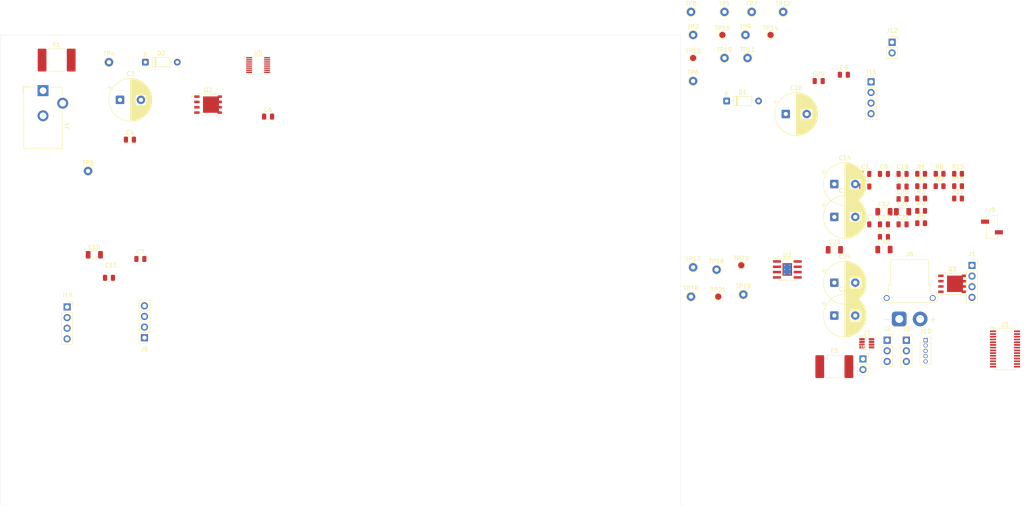
<source format=kicad_pcb>
(kicad_pcb (version 20241229) (generator "pcbnew") (generator_version "9.0")
  (layers (0 "F.Cu" signal) (2 "B.Cu" signal) (13 "F.Paste" user) (15 "B.Paste" user) (5 "F.SilkS" user "F.Silkscreen") (7 "B.SilkS" user "B.Silkscreen") (1 "F.Mask" user) (3 "B.Mask" user) (25 "Edge.Cuts" user))
  (net 0 "")
  (net 1 "Net-(U1-~{OE})")
  (net 2 "GND")
  (net 3 "Net-(D1-K)")
  (net 4 "I2C_SCL")
  (net 5 "I2C_SDA")
  (net 6 "+3.3V_PI")
  (net 7 "/SYS_EN")
  (net 8 "/PWR_KILL")
  (net 9 "/PWR_INT")
  (net 10 "+5V_MAIN")
  (net 11 "+5V_SRC")
  (net 12 "+5V_BAT")
  (net 13 "+5V_USB")
  (net 14 "Net-(J2-Pin_1)")
  (net 15 "Net-(U1-LED14)")
  (net 16 "Net-(U1-LED15)")
  (net 17 "Net-(J3-Pin_1)")
  (net 18 "Net-(J7-PDT)")
  (net 19 "Net-(J7-ONT)")
  (net 20 "Net-(J7-PB)")
  (net 21 "Net-(U5-*ONST2)")
  (net 22 "Net-(U5-*ONST1)")
  (net 23 "Net-(J5-Pin_2)")
  (net 24 "Net-(U2-ISET)")
  (net 41 "Net-(U2-CT)")
  (net 43 "Net-(Q2-G)")
  (net 44 "Net-(Q3-G)")
  (net 46 "Net-(U5-CPO1)")
  (net 48 "Net-(U5-CPO2)")
  (net 49 "Net-(F1-Pad1)")
  (net 50 "Net-(J11-Pin_1)")
  (net 51 "CELL+")
  (footprint "Connector_PinSocket_2.54mm:PinSocket_1x02_P2.54mm_Vertical_SMD_Pin1Left" (layer "F.Cu") (at 271.875736 77.358566)
    (property "Reference" "J5" (at 0 -4.14 0) (layer "F.SilkS"))
    (property "Value" "Button Kill Switch")
    (pad "1" smd rect (at -1.65 -1.27) (size 1.9 1) (layers "F.Cu" "F.Mask" "F.Paste") (net 2 "GND"))
    (pad "2" smd rect (at 1.65 1.27) (size 1.9 1) (layers "F.Cu" "F.Mask" "F.Paste") (net 23 "Net-(J5-Pin_2)"))
  )
  (footprint "Connector_PinSocket_1.27mm:PinSocket_1x05_P1.27mm_Vertical" (layer "F.Cu") (at 256.025736 104.398566)
    (property "Reference" "J10" (at 0 -2.135 0) (layer "F.SilkS"))
    (property "Value" "Lidar")
    (pad "1" thru_hole rect (at 0 0) (size 1 1) (drill 0.7) (layers "*.Cu" "*.Mask") (net 10 "+5V_MAIN"))
    (pad "2" thru_hole circle (at 0 1.27) (size 1 1) (drill 0.7) (layers "*.Cu" "*.Mask") (net 2 "GND"))
    (pad "3" thru_hole circle (at 0 2.54) (size 1 1) (drill 0.7) (layers "*.Cu" "*.Mask") (net 5 "I2C_SDA"))
    (pad "4" thru_hole circle (at 0 3.81) (size 1 1) (drill 0.7) (layers "*.Cu" "*.Mask") (net 4 "I2C_SCL"))
    (pad "5" thru_hole circle (at 0 5.08) (size 1 1) (drill 0.7) (layers "*.Cu" "*.Mask") (net 6 "+3.3V_PI"))
  )
  (footprint "Resistor_SMD:R_0805_2012Metric" (layer "F.Cu") (at 254.955736 64.658566)
    (property "Reference" "R1" (at 0 -1.65 0) (layer "F.SilkS"))
    (property "Value" "4.7k")
    (pad "1" smd roundrect (at -0.9125 0) (size 1.025 1.4) (layers "F.Cu" "F.Mask" "F.Paste") (roundrect_rratio 0.243902) (net 6 "+3.3V_PI"))
    (pad "2" smd roundrect (at 0.9125 0) (size 1.025 1.4) (layers "F.Cu" "F.Mask" "F.Paste") (roundrect_rratio 0.243902) (net 4 "I2C_SCL"))
  )
  (footprint "Fuse:Fuse_2920_7451Metric_Pad2.10x5.45mm_HandSolder" (layer "F.Cu") (at 234.225736 110.708566)
    (property "Reference" "F3" (at 0 -3.68 0) (layer "F.SilkS"))
    (property "Value" "F_PWR")
    (pad "1" smd roundrect (at -3.475 0) (size 2.1 5.45) (layers "F.Cu" "F.Mask" "F.Paste") (roundrect_rratio 0.119048) (net 10 "+5V_MAIN"))
    (pad "2" smd roundrect (at 3.475 0) (size 2.1 5.45) (layers "F.Cu" "F.Mask" "F.Paste") (roundrect_rratio 0.119048) (net 50 "Net-(J11-Pin_1)"))
  )
  (footprint "TestPoint:TestPoint_THTPad_D2.0mm_Drill1.0mm" (layer "F.Cu") (at 213 31.5)
    (property "Reference" "TP9" (at 0 -1.998 0) (layer "F.SilkS"))
    (property "Value" "TP_BAT")
    (pad "1" thru_hole circle (at 0 0) (size 2 2) (drill 1) (layers "*.Cu" "*.Mask") (net 12 "+5V_BAT"))
  )
  (footprint "Resistor_SMD:R_0805_2012Metric" (layer "F.Cu") (at 254.955736 76.458566)
    (property "Reference" "R5" (at 0 -1.65 0) (layer "F.SilkS"))
    (property "Value" "220")
    (pad "1" smd roundrect (at -0.9125 0) (size 1.025 1.4) (layers "F.Cu" "F.Mask" "F.Paste") (roundrect_rratio 0.243902) (net 15 "Net-(U1-LED14)"))
    (pad "2" smd roundrect (at 0.9125 0) (size 1.025 1.4) (layers "F.Cu" "F.Mask" "F.Paste") (roundrect_rratio 0.243902) (net 14 "Net-(J2-Pin_1)"))
  )
  (footprint "TestPoint:TestPoint_THTPad_D2.0mm_Drill1.0mm" (layer "F.Cu") (at 213.5 37)
    (property "Reference" "TP11" (at 0 -1.998 0) (layer "F.SilkS"))
    (property "Value" "TP_M2")
    (pad "1" thru_hole circle (at 0 0) (size 2 2) (drill 1) (layers "*.Cu" "*.Mask") (net 16 "Net-(U1-LED15)"))
  )
  (footprint "Capacitor_SMD:C_0805_2012Metric" (layer "F.Cu") (at 230.5 42.5)
    (property "Reference" "C29" (at 0 -1.68 0) (layer "F.SilkS"))
    (property "Value" "0.1 uF")
    (pad "1" smd roundrect (at -0.95 0) (size 1 1.45) (layers "F.Cu" "F.Mask" "F.Paste") (net 12 "+5V_BAT"))
    (pad "2" smd roundrect (at 0.95 0) (size 1 1.45) (layers "F.Cu" "F.Mask" "F.Paste") (net 2 "GND"))
  )
  (footprint "Capacitor_SMD:C_0805_2012Metric" (layer "F.Cu") (at 61 89.5)
    (property "Reference" "C11" (at 0.5 -3 0) (layer "F.SilkS"))
    (property "Value" "0.1 uF")
    (pad "1" smd roundrect (at -0.95 0) (size 1 1.45) (layers "F.Cu" "F.Mask" "F.Paste") (net 51 "CELL+"))
    (pad "2" smd roundrect (at 0.95 0) (size 1 1.45) (layers "F.Cu" "F.Mask" "F.Paste") (net 2 "GND"))
  )
  (footprint "Capacitor_SMD:C_0805_2012Metric" (layer "F.Cu") (at 241.625736 76.728566)
    (property "Reference" "C5" (at 0 -1.68 0) (layer "F.SilkS"))
    (property "Value" "1 uF")
    (pad "1" smd roundrect (at -0.95 0) (size 1 1.45) (layers "F.Cu" "F.Mask" "F.Paste") (net 41 "Net-(U2-CT)"))
    (pad "2" smd roundrect (at 0.95 0) (size 1 1.45) (layers "F.Cu" "F.Mask" "F.Paste") (net 2 "GND"))
  )
  (footprint "TestPoint:TestPoint_Pad_D1.5mm" (layer "F.Cu") (at 207.5 31.5)
    (property "Reference" "TP15" (at 0 -1.648 0) (layer "F.SilkS"))
    (property "Value" "TP_EN")
    (pad "1" smd circle (at 0 0) (size 1.5 1.5) (layers "F.Cu" "F.Mask") (net 7 "/SYS_EN"))
  )
  (footprint "TestPoint:TestPoint_Pad_D1.5mm" (layer "F.Cu") (at 219 31.5)
    (property "Reference" "TP14" (at 0 -1.648 0) (layer "F.SilkS"))
    (property "Value" "TP_PWR_INT")
    (pad "1" smd circle (at 0 0) (size 1.5 1.5) (layers "F.Cu" "F.Mask") (net 9 "/PWR_INT"))
  )
  (footprint "Capacitor_THT:CP_Radial_D10.0mm_P5.00mm" (layer "F.Cu") (at 234.230977 74.958566)
    (property "Reference" "C17" (at 2.5 -6.25 0) (layer "F.SilkS"))
    (property "Value" "470 uF")
    (pad "1" thru_hole roundrect (at 0 0) (size 2 2) (drill 1) (layers "*.Cu" "*.Mask") (roundrect_rratio 0.125) (net 11 "+5V_SRC"))
    (pad "2" thru_hole circle (at 5 0) (size 2 2) (drill 1) (layers "*.Cu" "*.Mask") (net 2 "GND"))
  )
  (footprint "Package_SO:MSOP-16_3x4.039mm_P0.5mm" (layer "F.Cu") (at 96.615 38.69)
    (property "Reference" "U5" (at 0 -2.97 0) (layer "F.SilkS"))
    (property "Value" "LTC4353IMS-PBF")
    (pad "1" smd roundrect (at -2.15 -1.75) (size 1.45 0.3) (layers "F.Cu" "F.Mask" "F.Paste") (net 2 "GND"))
    (pad "2" smd roundrect (at -2.15 -1.25) (size 1.45 0.3) (layers "F.Cu" "F.Mask" "F.Paste"))
    (pad "3" smd roundrect (at -2.15 -0.75) (size 1.45 0.3) (layers "F.Cu" "F.Mask" "F.Paste"))
    (pad "4" smd roundrect (at -2.15 -0.25) (size 1.45 0.3) (layers "F.Cu" "F.Mask" "F.Paste") (net 12 "+5V_BAT"))
    (pad "5" smd roundrect (at -2.15 0.25) (size 1.45 0.3) (layers "F.Cu" "F.Mask" "F.Paste") (net 44 "Net-(Q3-G)"))
    (pad "6" smd roundrect (at -2.15 0.75) (size 1.45 0.3) (layers "F.Cu" "F.Mask" "F.Paste") (net 48 "Net-(U5-CPO2)"))
    (pad "7" smd roundrect (at -2.15 1.25) (size 1.45 0.3) (layers "F.Cu" "F.Mask" "F.Paste") (net 11 "+5V_SRC"))
    (pad "8" smd roundrect (at -2.15 1.75) (size 1.45 0.3) (layers "F.Cu" "F.Mask" "F.Paste") (net 21 "Net-(U5-*ONST2)"))
    (pad "9" smd roundrect (at 2.15 1.75) (size 1.45 0.3) (layers "F.Cu" "F.Mask" "F.Paste") (net 22 "Net-(U5-*ONST1)"))
    (pad "10" smd roundrect (at 2.15 1.25) (size 1.45 0.3) (layers "F.Cu" "F.Mask" "F.Paste") (net 11 "+5V_SRC"))
    (pad "11" smd roundrect (at 2.15 0.75) (size 1.45 0.3) (layers "F.Cu" "F.Mask" "F.Paste") (net 46 "Net-(U5-CPO1)"))
    (pad "12" smd roundrect (at 2.15 0.25) (size 1.45 0.3) (layers "F.Cu" "F.Mask" "F.Paste") (net 43 "Net-(Q2-G)"))
    (pad "13" smd roundrect (at 2.15 -0.25) (size 1.45 0.3) (layers "F.Cu" "F.Mask" "F.Paste") (net 13 "+5V_USB"))
    (pad "14" smd roundrect (at 2.15 -0.75) (size 1.45 0.3) (layers "F.Cu" "F.Mask" "F.Paste") (net 3 "Net-(D1-K)"))
    (pad "15" smd roundrect (at 2.15 -1.25) (size 1.45 0.3) (layers "F.Cu" "F.Mask" "F.Paste") (net 2 "GND"))
    (pad "16" smd roundrect (at 2.15 -1.75) (size 1.45 0.3) (layers "F.Cu" "F.Mask" "F.Paste") (net 2 "GND"))
  )
  (footprint "Diode_THT:D_DO-35_SOD27_P7.62mm_Horizontal" (layer "F.Cu") (at 208.52 47.27)
    (property "Reference" "D1" (at 3.81 -2.12 0) (layer "F.SilkS"))
    (property "Value" "1N4148")
    (fp_text user "K" (at 0 -1.8 0) (layer "F.SilkS"))
    (pad "1" thru_hole roundrect (at 0 0) (size 1.6 1.6) (drill 0.8) (layers "*.Cu" "*.Mask") (roundrect_rratio 0.15625) (net 3 "Net-(D1-K)"))
    (pad "2" thru_hole circle (at 7.62 0) (size 1.6 1.6) (drill 0.8) (layers "*.Cu" "*.Mask") (net 12 "+5V_BAT"))
  )
  (footprint "Connector_PinSocket_2.54mm:PinSocket_1x04_P2.54mm_Vertical" (layer "F.Cu") (at 51 96.46)
    (property "Reference" "J15" (at 0 -2.77 0) (layer "F.SilkS"))
    (property "Value" "D24V90F5-A")
    (pad "1" thru_hole rect (at 0 0) (size 1.7 1.7) (drill 1) (layers "*.Cu" "*.Mask") (net 51 "CELL+"))
    (pad "2" thru_hole circle (at 0 2.54) (size 1.7 1.7) (drill 1) (layers "*.Cu" "*.Mask") (net 51 "CELL+"))
    (pad "3" thru_hole circle (at 0 5.08) (size 1.7 1.7) (drill 1) (layers "*.Cu" "*.Mask") (net 2 "GND"))
    (pad "4" thru_hole circle (at 0 7.62) (size 1.7 1.7) (drill 1) (layers "*.Cu" "*.Mask") (net 2 "GND"))
  )
  (footprint "Capacitor_SMD:C_1206_3216Metric" (layer "F.Cu") (at 250.525736 73.718566)
    (property "Reference" "C21" (at 0 -1.85 0) (layer "F.SilkS"))
    (property "Value" "47 uF")
    (pad "1" smd roundrect (at -1.475 0) (size 1.15 1.8) (layers "F.Cu" "F.Mask" "F.Paste") (roundrect_rratio 0.217391) (net 12 "+5V_BAT"))
    (pad "2" smd roundrect (at 1.475 0) (size 1.15 1.8) (layers "F.Cu" "F.Mask" "F.Paste") (roundrect_rratio 0.217391) (net 2 "GND"))
  )
  (footprint "Capacitor_SMD:C_0805_2012Metric" (layer "F.Cu") (at 241.625736 64.688566)
    (property "Reference" "C1" (at 0 -1.68 0) (layer "F.SilkS"))
    (property "Value" "0.1 uF")
    (pad "1" smd roundrect (at -0.95 0) (size 1 1.45) (layers "F.Cu" "F.Mask" "F.Paste") (net 2 "GND"))
    (pad "2" smd roundrect (at 0.95 0) (size 1 1.45) (layers "F.Cu" "F.Mask" "F.Paste") (net 6 "+3.3V_PI"))
  )
  (footprint "Resistor_SMD:R_0805_2012Metric" (layer "F.Cu") (at 254.955736 67.608566)
    (property "Reference" "R2" (at 0 -1.65 0) (layer "F.SilkS"))
    (property "Value" "4.7k")
    (pad "1" smd roundrect (at -0.9125 0) (size 1.025 1.4) (layers "F.Cu" "F.Mask" "F.Paste") (roundrect_rratio 0.243902) (net 6 "+3.3V_PI"))
    (pad "2" smd roundrect (at 0.9125 0) (size 1.025 1.4) (layers "F.Cu" "F.Mask" "F.Paste") (roundrect_rratio 0.243902) (net 5 "I2C_SDA"))
  )
  (footprint "Package_SO:TSSOP-28_4.4x9.7mm_P0.65mm" (layer "F.Cu") (at 275 106.5)
    (property "Reference" "U1" (at 0 -5.8 0) (layer "F.SilkS"))
    (property "Value" "PCA9685PW")
    (pad "1" smd roundrect (at -2.8625 -4.225) (size 1.475 0.4) (layers "F.Cu" "F.Mask" "F.Paste") (net 2 "GND"))
    (pad "2" smd roundrect (at -2.8625 -3.575) (size 1.475 0.4) (layers "F.Cu" "F.Mask" "F.Paste") (net 2 "GND"))
    (pad "3" smd roundrect (at -2.8625 -2.925) (size 1.475 0.4) (layers "F.Cu" "F.Mask" "F.Paste") (net 2 "GND"))
    (pad "4" smd roundrect (at -2.8625 -2.275) (size 1.475 0.4) (layers "F.Cu" "F.Mask" "F.Paste") (net 2 "GND"))
    (pad "5" smd roundrect (at -2.8625 -1.625) (size 1.475 0.4) (layers "F.Cu" "F.Mask" "F.Paste") (net 2 "GND"))
    (pad "6" smd roundrect (at -2.8625 -0.975) (size 1.475 0.4) (layers "F.Cu" "F.Mask" "F.Paste"))
    (pad "7" smd roundrect (at -2.8625 -0.325) (size 1.475 0.4) (layers "F.Cu" "F.Mask" "F.Paste"))
    (pad "8" smd roundrect (at -2.8625 0.325) (size 1.475 0.4) (layers "F.Cu" "F.Mask" "F.Paste"))
    (pad "9" smd roundrect (at -2.8625 0.975) (size 1.475 0.4) (layers "F.Cu" "F.Mask" "F.Paste"))
    (pad "10" smd roundrect (at -2.8625 1.625) (size 1.475 0.4) (layers "F.Cu" "F.Mask" "F.Paste"))
    (pad "11" smd roundrect (at -2.8625 2.275) (size 1.475 0.4) (layers "F.Cu" "F.Mask" "F.Paste"))
    (pad "12" smd roundrect (at -2.8625 2.925) (size 1.475 0.4) (layers "F.Cu" "F.Mask" "F.Paste"))
    (pad "13" smd roundrect (at -2.8625 3.575) (size 1.475 0.4) (layers "F.Cu" "F.Mask" "F.Paste"))
    (pad "14" smd roundrect (at -2.8625 4.225) (size 1.475 0.4) (layers "F.Cu" "F.Mask" "F.Paste") (net 2 "GND"))
    (pad "15" smd roundrect (at 2.8625 4.225) (size 1.475 0.4) (layers "F.Cu" "F.Mask" "F.Paste"))
    (pad "16" smd roundrect (at 2.8625 3.575) (size 1.475 0.4) (layers "F.Cu" "F.Mask" "F.Paste"))
    (pad "17" smd roundrect (at 2.8625 2.925) (size 1.475 0.4) (layers "F.Cu" "F.Mask" "F.Paste"))
    (pad "18" smd roundrect (at 2.8625 2.275) (size 1.475 0.4) (layers "F.Cu" "F.Mask" "F.Paste"))
    (pad "19" smd roundrect (at 2.8625 1.625) (size 1.475 0.4) (layers "F.Cu" "F.Mask" "F.Paste"))
    (pad "20" smd roundrect (at 2.8625 0.975) (size 1.475 0.4) (layers "F.Cu" "F.Mask" "F.Paste"))
    (pad "21" smd roundrect (at 2.8625 0.325) (size 1.475 0.4) (layers "F.Cu" "F.Mask" "F.Paste") (net 15 "Net-(U1-LED14)"))
    (pad "22" smd roundrect (at 2.8625 -0.325) (size 1.475 0.4) (layers "F.Cu" "F.Mask" "F.Paste") (net 16 "Net-(U1-LED15)"))
    (pad "23" smd roundrect (at 2.8625 -0.975) (size 1.475 0.4) (layers "F.Cu" "F.Mask" "F.Paste") (net 1 "Net-(U1-~{OE})"))
    (pad "24" smd roundrect (at 2.8625 -1.625) (size 1.475 0.4) (layers "F.Cu" "F.Mask" "F.Paste") (net 2 "GND"))
    (pad "25" smd roundrect (at 2.8625 -2.275) (size 1.475 0.4) (layers "F.Cu" "F.Mask" "F.Paste"))
    (pad "26" smd roundrect (at 2.8625 -2.925) (size 1.475 0.4) (layers "F.Cu" "F.Mask" "F.Paste") (net 4 "I2C_SCL"))
    (pad "27" smd roundrect (at 2.8625 -3.575) (size 1.475 0.4) (layers "F.Cu" "F.Mask" "F.Paste") (net 5 "I2C_SDA"))
    (pad "28" smd roundrect (at 2.8625 -4.225) (size 1.475 0.4) (layers "F.Cu" "F.Mask" "F.Paste") (net 6 "+3.3V_PI"))
  )
  (footprint "Resistor_SMD:R_0805_2012Metric" (layer "F.Cu") (at 263.775736 64.658566)
    (property "Reference" "R15" (at 0 -1.65 0) (layer "F.SilkS"))
    (property "Value" "10k")
    (pad "1" smd roundrect (at -0.9125 0) (size 1.025 1.4) (layers "F.Cu" "F.Mask" "F.Paste") (roundrect_rratio 0.243902) (net 9 "/PWR_INT"))
    (pad "2" smd roundrect (at 0.9125 0) (size 1.025 1.4) (layers "F.Cu" "F.Mask" "F.Paste") (roundrect_rratio 0.243902) (net 6 "+3.3V_PI"))
  )
  (footprint "Connector_PinSocket_2.54mm:PinSocket_1x02_P2.54mm_Vertical" (layer "F.Cu") (at 241.065736 108.878566)
    (property "Reference" "J9" (at 0 -2.77 0) (layer "F.SilkS"))
    (property "Value" "Pi GPIO")
    (pad "1" thru_hole rect (at 0 0) (size 1.7 1.7) (drill 1) (layers "*.Cu" "*.Mask") (net 9 "/PWR_INT"))
    (pad "2" thru_hole circle (at 0 2.54) (size 1.7 1.7) (drill 1) (layers "*.Cu" "*.Mask") (net 8 "/PWR_KILL"))
  )
  (footprint "Capacitor_SMD:C_0805_2012Metric" (layer "F.Cu") (at 250.525736 70.708566)
    (property "Reference" "C20" (at 0 -1.68 0) (layer "F.SilkS"))
    (property "Value" "1 uF")
    (pad "1" smd roundrect (at -0.95 0) (size 1 1.45) (layers "F.Cu" "F.Mask" "F.Paste") (net 2 "GND"))
    (pad "2" smd roundrect (at 0.95 0) (size 1 1.45) (layers "F.Cu" "F.Mask" "F.Paste") (net 18 "Net-(J7-PDT)"))
  )
  (footprint "Resistor_SMD:R_0805_2012Metric" (layer "F.Cu") (at 263.775736 70.558566)
    (property "Reference" "R17" (at 0 -1.65 0) (layer "F.SilkS"))
    (property "Value" "10k")
    (pad "1" smd roundrect (at -0.9125 0) (size 1.025 1.4) (layers "F.Cu" "F.Mask" "F.Paste") (roundrect_rratio 0.243902) (net 7 "/SYS_EN"))
    (pad "2" smd roundrect (at 0.9125 0) (size 1.025 1.4) (layers "F.Cu" "F.Mask" "F.Paste") (roundrect_rratio 0.243902) (net 11 "+5V_SRC"))
  )
  (footprint "Package_SO:PowerPAK_SO-8_Single" (layer "F.Cu") (at 262.355736 90.928566)
    (property "Reference" "Q3" (at 0 -3.5 0) (layer "F.SilkS"))
    (property "Value" "Q_NMOS_GDS")
    (pad "1" smd rect (at -2.67 -1.905) (size 1.27 0.61) (layers "F.Cu" "F.Mask" "F.Paste") (net 44 "Net-(Q3-G)"))
    (pad "2" smd rect (at 0.69 0) (size 3.81 3.91) (layers "F.Cu" "F.Mask" "F.Paste") (net 11 "+5V_SRC"))
    (pad "2" smd rect (at 2.795 -1.905) (size 1.02 0.61) (layers "F.Cu" "F.Mask" "F.Paste") (net 11 "+5V_SRC"))
    (pad "2" smd rect (at 2.795 -0.635) (size 1.02 0.61) (layers "F.Cu" "F.Mask" "F.Paste") (net 11 "+5V_SRC"))
    (pad "2" smd rect (at 2.795 0.635) (size 1.02 0.61) (layers "F.Cu" "F.Mask" "F.Paste") (net 11 "+5V_SRC"))
    (pad "2" smd rect (at 2.795 1.905) (size 1.02 0.61) (layers "F.Cu" "F.Mask" "F.Paste") (net 11 "+5V_SRC"))
    (pad "3" smd rect (at -2.67 -0.635) (size 1.27 0.61) (layers "F.Cu" "F.Mask" "F.Paste") (net 12 "+5V_BAT"))
    (pad "3" smd rect (at -2.67 0.635) (size 1.27 0.61) (layers "F.Cu" "F.Mask" "F.Paste") (net 12 "+5V_BAT"))
    (pad "3" smd rect (at -2.67 1.905) (size 1.27 0.61) (layers "F.Cu" "F.Mask" "F.Paste") (net 12 "+5V_BAT"))
  )
  (footprint "Package_SO:SOIC-8-1EP_3.9x4.9mm_P1.27mm_EP2.29x3mm_ThermalVias" (layer "F.Cu") (at 223 87.5)
    (property "Reference" "U2" (at 0 -3.4 0) (layer "F.SilkS"))
    (property "Value" "TPS2421-2DDAR")
    (pad "1" smd roundrect (at -2.475 -1.905) (size 1.95 0.6) (layers "F.Cu" "F.Mask" "F.Paste"))
    (pad "2" smd roundrect (at -2.475 -0.635) (size 1.95 0.6) (layers "F.Cu" "F.Mask" "F.Paste") (net 7 "/SYS_EN"))
    (pad "3" smd roundrect (at -2.475 0.635) (size 1.95 0.6) (layers "F.Cu" "F.Mask" "F.Paste") (net 11 "+5V_SRC"))
    (pad "4" smd roundrect (at -2.475 1.905) (size 1.95 0.6) (layers "F.Cu" "F.Mask" "F.Paste") (net 2 "GND"))
    (pad "4" thru_hole circle (at -0.65 -1) (size 0.5 0.5) (drill 0.2) (property pad_prop_heatsink) (layers "*.Cu") (net 2 "GND"))
    (pad "4" thru_hole circle (at -0.65 0) (size 0.5 0.5) (drill 0.2) (property pad_prop_heatsink) (layers "*.Cu") (net 2 "GND"))
    (pad "4" thru_hole circle (at -0.65 1) (size 0.5 0.5) (drill 0.2) (property pad_prop_heatsink) (layers "*.Cu") (net 2 "GND"))
    (pad "4" smd rect (at 0 0) (size 1.8 2.5) (property pad_prop_heatsink) (layers "B.Cu") (net 2 "GND"))
    (pad "4" smd rect (at 0 0) (size 2.29 3) (property pad_prop_heatsink) (layers "F.Cu" "F.Mask") (net 2 "GND"))
    (pad "4" thru_hole circle (at 0.65 -1) (size 0.5 0.5) (drill 0.2) (property pad_prop_heatsink) (layers "*.Cu") (net 2 "GND"))
    (pad "4" thru_hole circle (at 0.65 0) (size 0.5 0.5) (drill 0.2) (property pad_prop_heatsink) (layers "*.Cu") (net 2 "GND"))
    (pad "4" thru_hole circle (at 0.65 1) (size 0.5 0.5) (drill 0.2) (property pad_prop_heatsink) (layers "*.Cu") (net 2 "GND"))
    (pad "5" smd roundrect (at 2.475 1.905) (size 1.95 0.6) (layers "F.Cu" "F.Mask" "F.Paste") (net 24 "Net-(U2-ISET)"))
    (pad "6" smd roundrect (at 2.475 0.635) (size 1.95 0.6) (layers "F.Cu" "F.Mask" "F.Paste") (net 41 "Net-(U2-CT)"))
    (pad "7" smd roundrect (at 2.475 -0.635) (size 1.95 0.6) (layers "F.Cu" "F.Mask" "F.Paste") (net 10 "+5V_MAIN"))
    (pad "8" smd roundrect (at 2.475 -1.905) (size 1.95 0.6) (layers "F.Cu" "F.Mask" "F.Paste"))
  )
  (footprint "Diode_THT:D_DO-35_SOD27_P7.62mm_Horizontal" (layer "F.Cu") (at 69.69 38)
    (property "Reference" "D2" (at 3.81 -2.12 0) (layer "F.SilkS"))
    (property "Value" "1N4148")
    (fp_text user "K" (at 0 -1.8 0) (layer "F.SilkS"))
    (pad "1" thru_hole roundrect (at 0 0) (size 1.6 1.6) (drill 0.8) (layers "*.Cu" "*.Mask") (roundrect_rratio 0.15625) (net 3 "Net-(D1-K)"))
    (pad "2" thru_hole circle (at 7.62 0) (size 1.6 1.6) (drill 0.8) (layers "*.Cu" "*.Mask") (net 13 "+5V_USB"))
  )
  (footprint "TestPoint:TestPoint_THTPad_D2.0mm_Drill1.0mm" (layer "F.Cu") (at 212.5 93.5)
    (property "Reference" "TP19" (at 0 -1.998 0) (layer "F.SilkS"))
    (property "Value" "TP_PCA")
    (pad "1" thru_hole circle (at 0 0) (size 2 2) (drill 1) (layers "*.Cu" "*.Mask") (net 6 "+3.3V_PI"))
  )
  (footprint "TestPoint:TestPoint_THTPad_D2.0mm_Drill1.0mm" (layer "F.Cu") (at 222 26)
    (property "Reference" "TP12" (at 0 -1.998 0) (layer "F.SilkS"))
    (property "Value" "TP_5V_MAIN")
    (pad "1" thru_hole circle (at 0 0) (size 2 2) (drill 1) (layers "*.Cu" "*.Mask") (net 10 "+5V_MAIN"))
  )
  (footprint "Capacitor_SMD:C_1206_3216Metric" (layer "F.Cu") (at 234.230977 82.808566)
    (property "Reference" "C23" (at 0 -1.85 0) (layer "F.SilkS"))
    (property "Value" "47 uF")
    (pad "1" smd roundrect (at -1.475 0) (size 1.15 1.8) (layers "F.Cu" "F.Mask" "F.Paste") (roundrect_rratio 0.217391) (net 10 "+5V_MAIN"))
    (pad "2" smd roundrect (at 1.475 0) (size 1.15 1.8) (layers "F.Cu" "F.Mask" "F.Paste") (roundrect_rratio 0.217391) (net 2 "GND"))
  )
  (footprint "Capacitor_THT:CP_Radial_D10.0mm_P5.00mm" (layer "F.Cu") (at 222.634646 50.38)
    (property "Reference" "C28" (at 2.5 -6.25 0) (layer "F.SilkS"))
    (property "Value" "470 uF")
    (pad "1" thru_hole roundrect (at 0 0) (size 2 2) (drill 1) (layers "*.Cu" "*.Mask") (roundrect_rratio 0.125) (net 10 "+5V_MAIN"))
    (pad "2" thru_hole circle (at 5 0) (size 2 2) (drill 1) (layers "*.Cu" "*.Mask") (net 2 "GND"))
  )
  (footprint "Resistor_SMD:R_0805_2012Metric" (layer "F.Cu") (at 259.365736 67.608566)
    (property "Reference" "R9" (at 0 -1.65 0) (layer "F.SilkS"))
    (property "Value" "5.1k")
    (pad "1" smd roundrect (at -0.9125 0) (size 1.025 1.4) (layers "F.Cu" "F.Mask" "F.Paste") (roundrect_rratio 0.243902) (net 23 "Net-(J5-Pin_2)"))
    (pad "2" smd roundrect (at 0.9125 0) (size 1.025 1.4) (layers "F.Cu" "F.Mask" "F.Paste") (roundrect_rratio 0.243902) (net 20 "Net-(J7-PB)"))
  )
  (footprint "Capacitor_THT:CP_Radial_D10.0mm_P5.00mm" (layer "F.Cu") (at 234.230977 98.508566)
    (property "Reference" "C25" (at 2.5 -6.25 0) (layer "F.SilkS"))
    (property "Value" "470 uF")
    (pad "1" thru_hole roundrect (at 0 0) (size 2 2) (drill 1) (layers "*.Cu" "*.Mask") (roundrect_rratio 0.125) (net 10 "+5V_MAIN"))
    (pad "2" thru_hole circle (at 5 0) (size 2 2) (drill 1) (layers "*.Cu" "*.Mask") (net 2 "GND"))
  )
  (footprint "Package_SO:PowerPAK_SO-8_Single" (layer "F.Cu") (at 84.67 48.135)
    (property "Reference" "Q2" (at 0 -3.5 0) (layer "F.SilkS"))
    (property "Value" "Q_NMOS_GDS")
    (pad "1" smd rect (at -2.67 -1.905) (size 1.27 0.61) (layers "F.Cu" "F.Mask" "F.Paste") (net 43 "Net-(Q2-G)"))
    (pad "2" smd rect (at 0.69 0) (size 3.81 3.91) (layers "F.Cu" "F.Mask" "F.Paste") (net 11 "+5V_SRC"))
    (pad "2" smd rect (at 2.795 -1.905) (size 1.02 0.61) (layers "F.Cu" "F.Mask" "F.Paste") (net 11 "+5V_SRC"))
    (pad "2" smd rect (at 2.795 -0.635) (size 1.02 0.61) (layers "F.Cu" "F.Mask" "F.Paste") (net 11 "+5V_SRC"))
    (pad "2" smd rect (at 2.795 0.635) (size 1.02 0.61) (layers "F.Cu" "F.Mask" "F.Paste") (net 11 "+5V_SRC"))
    (pad "2" smd rect (at 2.795 1.905) (size 1.02 0.61) (layers "F.Cu" "F.Mask" "F.Paste") (net 11 "+5V_SRC"))
    (pad "3" smd rect (at -2.67 -0.635) (size 1.27 0.61) (layers "F.Cu" "F.Mask" "F.Paste") (net 13 "+5V_USB"))
    (pad "3" smd rect (at -2.67 0.635) (size 1.27 0.61) (layers "F.Cu" "F.Mask" "F.Paste") (net 13 "+5V_USB"))
    (pad "3" smd rect (at -2.67 1.905) (size 1.27 0.61) (layers "F.Cu" "F.Mask" "F.Paste") (net 13 "+5V_USB"))
  )
  (footprint "Capacitor_THT:CP_Radial_D10.0mm_P5.00mm" (layer "F.Cu") (at 234.230977 67.108566)
    (property "Reference" "C14" (at 2.5 -6.25 0) (layer "F.SilkS"))
    (property "Value" "470 uF")
    (pad "1" thru_hole roundrect (at 0 0) (size 2 2) (drill 1) (layers "*.Cu" "*.Mask") (roundrect_rratio 0.125) (net 12 "+5V_BAT"))
    (pad "2" thru_hole circle (at 5 0) (size 2 2) (drill 1) (layers "*.Cu" "*.Mask") (net 2 "GND"))
  )
  (footprint "TestPoint:TestPoint_Pad_D1.5mm" (layer "F.Cu") (at 206.5 94)
    (property "Reference" "TP21" (at 0 -1.648 0) (layer "F.SilkS"))
    (property "Value" "TP_SDA")
    (pad "1" smd circle (at 0 0) (size 1.5 1.5) (layers "F.Cu" "F.Mask") (net 5 "I2C_SDA"))
  )
  (footprint "Package_TO_SOT_SMD:SOT-23-8" (layer "F.Cu") (at 241.975736 105.133566)
    (property "Reference" "J7" (at 0 -2.4 0) (layer "F.SilkS"))
    (property "Value" "LTC2954-2")
    (pad "1" smd roundrect (at -1.1375 -0.975) (size 1.325 0.5) (layers "F.Cu" "F.Mask" "F.Paste") (net 11 "+5V_SRC"))
    (pad "2" smd roundrect (at -1.1375 -0.325) (size 1.325 0.5) (layers "F.Cu" "F.Mask" "F.Paste") (net 20 "Net-(J7-PB)"))
    (pad "3" smd roundrect (at -1.1375 0.325) (size 1.325 0.5) (layers "F.Cu" "F.Mask" "F.Paste") (net 19 "Net-(J7-ONT)"))
    (pad "4" smd roundrect (at -1.1375 0.975) (size 1.325 0.5) (layers "F.Cu" "F.Mask" "F.Paste") (net 2 "GND"))
    (pad "5" smd roundrect (at 1.1375 0.975) (size 1.325 0.5) (layers "F.Cu" "F.Mask" "F.Paste") (net 9 "/PWR_INT"))
    (pad "6" smd roundrect (at 1.1375 0.325) (size 1.325 0.5) (layers "F.Cu" "F.Mask" "F.Paste") (net 7 "/SYS_EN"))
    (pad "7" smd roundrect (at 1.1375 -0.325) (size 1.325 0.5) (layers "F.Cu" "F.Mask" "F.Paste") (net 18 "Net-(J7-PDT)"))
    (pad "8" smd roundrect (at 1.1375 -0.975) (size 1.325 0.5) (layers "F.Cu" "F.Mask" "F.Paste") (net 8 "/PWR_KILL"))
  )
  (footprint "Connector_PinSocket_2.54mm:PinSocket_1x02_P2.54mm_Vertical" (layer "F.Cu") (at 248.025 33.25)
    (property "Reference" "J12" (at 0 -2.77 0) (layer "F.SilkS"))
    (property "Value" "PIR")
    (pad "1" thru_hole rect (at 0 0) (size 1.7 1.7) (drill 1) (layers "*.Cu" "*.Mask") (net 6 "+3.3V_PI"))
    (pad "2" thru_hole circle (at 0 2.54) (size 1.7 1.7) (drill 1) (layers "*.Cu" "*.Mask") (net 2 "GND"))
  )
  (footprint "Resistor_SMD:R_0805_2012Metric" (layer "F.Cu") (at 254.955736 73.508566)
    (property "Reference" "R4" (at 0 -1.65 0) (layer "F.SilkS"))
    (property "Value" "220")
    (pad "1" smd roundrect (at -0.9125 0) (size 1.025 1.4) (layers "F.Cu" "F.Mask" "F.Paste") (roundrect_rratio 0.243902) (net 16 "Net-(U1-LED15)"))
    (pad "2" smd roundrect (at 0.9125 0) (size 1.025 1.4) (layers "F.Cu" "F.Mask" "F.Paste") (roundrect_rratio 0.243902) (net 17 "Net-(J3-Pin_1)"))
  )
  (footprint "Capacitor_SMD:C_1206_3216Metric" (layer "F.Cu") (at 246.075736 73.718566)
    (property "Reference" "C12" (at 0 -1.85 0) (layer "F.SilkS"))
    (property "Value" "47 uF")
    (pad "1" smd roundrect (at -1.475 0) (size 1.15 1.8) (layers "F.Cu" "F.Mask" "F.Paste") (roundrect_rratio 0.217391) (net 12 "+5V_BAT"))
    (pad "2" smd roundrect (at 1.475 0) (size 1.15 1.8) (layers "F.Cu" "F.Mask" "F.Paste") (roundrect_rratio 0.217391) (net 2 "GND"))
  )
  (footprint "TestPoint:TestPoint_THTPad_D2.0mm_Drill1.0mm" (layer "F.Cu") (at 208 26)
    (property "Reference" "TP1" (at 0 -1.998 0) (layer "F.SilkS"))
    (property "Value" "TP ONST1")
    (pad "1" thru_hole circle (at 0 0) (size 2 2) (drill 1) (layers "*.Cu" "*.Mask") (net 22 "Net-(U5-*ONST1)"))
  )
  (footprint "Capacitor_SMD:C_0805_2012Metric" (layer "F.Cu") (at 250.525736 76.728566)
    (property "Reference" "C22" (at 0 -1.68 0) (layer "F.SilkS"))
    (property "Value" "0.1 uF")
    (pad "1" smd roundrect (at -0.95 0) (size 1 1.45) (layers "F.Cu" "F.Mask" "F.Paste") (net 10 "+5V_MAIN"))
    (pad "2" smd roundrect (at 0.95 0) (size 1 1.45) (layers "F.Cu" "F.Mask" "F.Paste") (net 2 "GND"))
  )
  (footprint "Capacitor_SMD:C_0805_2012Metric" (layer "F.Cu") (at 236.5 41)
    (property "Reference" "C9" (at 0 -1.68 0) (layer "F.SilkS"))
    (property "Value" "56 nF")
    (pad "1" smd roundrect (at -0.95 0) (size 1 1.45) (layers "F.Cu" "F.Mask" "F.Paste") (net 48 "Net-(U5-CPO2)"))
    (pad "2" smd roundrect (at 0.95 0) (size 1 1.45) (layers "F.Cu" "F.Mask" "F.Paste") (net 12 "+5V_BAT"))
  )
  (footprint "Capacitor_SMD:C_0805_2012Metric" (layer "F.Cu") (at 250.525736 64.688566)
    (property "Reference" "C18" (at 0 -1.68 0) (layer "F.SilkS"))
    (property "Value" "0.1 uF")
    (pad "1" smd roundrect (at -0.95 0) (size 1 1.45) (layers "F.Cu" "F.Mask" "F.Paste") (net 11 "+5V_SRC"))
    (pad "2" smd roundrect (at 0.95 0) (size 1 1.45) (layers "F.Cu" "F.Mask" "F.Paste") (net 2 "GND"))
  )
  (footprint "Capacitor_SMD:C_0805_2012Metric" (layer "F.Cu") (at 66 56.5)
    (property "Reference" "C4" (at 0 -1.68 0) (layer "F.SilkS"))
    (property "Value" "0.1 uF")
    (pad "1" smd roundrect (at -0.95 0) (size 1 1.45) (layers "F.Cu" "F.Mask" "F.Paste") (net 13 "+5V_USB"))
    (pad "2" smd roundrect (at 0.95 0) (size 1 1.45) (layers "F.Cu" "F.Mask" "F.Paste") (net 2 "GND"))
  )
  (footprint "Capacitor_SMD:C_0805_2012Metric" (layer "F.Cu") (at 250.525736 67.698566)
    (property "Reference" "C19" (at 0 -1.68 0) (layer "F.SilkS"))
    (property "Value" "0.33 uF")
    (pad "1" smd roundrect (at -0.95 0) (size 1 1.45) (layers "F.Cu" "F.Mask" "F.Paste") (net 19 "Net-(J7-ONT)"))
    (pad "2" smd roundrect (at 0.95 0) (size 1 1.45) (layers "F.Cu" "F.Mask" "F.Paste") (net 2 "GND"))
  )
  (footprint "TestPoint:TestPoint_THTPad_D2.0mm_Drill1.0mm" (layer "F.Cu") (at 200.5 42.5)
    (property "Reference" "TP6" (at 0 -1.998 0) (layer "F.SilkS"))
    (property "Value" "TP_PI")
    (pad "1" thru_hole circle (at 0 0) (size 2 2) (drill 1) (layers "*.Cu" "*.Mask") (net 6 "+3.3V_PI"))
  )
  (footprint "Capacitor_SMD:C_1206_3216Metric" (layer "F.Cu") (at 246.075736 82.748566)
    (property "Reference" "C16" (at 0 -1.85 0) (layer "F.SilkS"))
    (property "Value" "47 uF")
    (pad "1" smd roundrect (at -1.475 0) (size 1.15 1.8) (layers "F.Cu" "F.Mask" "F.Paste") (roundrect_rratio 0.217391) (net 11 "+5V_SRC"))
    (pad "2" smd roundrect (at 1.475 0) (size 1.15 1.8) (layers "F.Cu" "F.Mask" "F.Paste") (roundrect_rratio 0.217391) (net 2 "GND"))
  )
  (footprint "Capacitor_SMD:C_0805_2012Metric" (layer "F.Cu") (at 68.5 85)
    (property "Reference" "C7" (at 0 -1.68 0) (layer "F.SilkS"))
    (property "Value" "10 uF")
    (pad "1" smd roundrect (at -0.95 0) (size 1 1.45) (layers "F.Cu" "F.Mask" "F.Paste") (net 51 "CELL+"))
    (pad "2" smd roundrect (at 0.95 0) (size 1 1.45) (layers "F.Cu" "F.Mask" "F.Paste") (net 2 "GND"))
  )
  (footprint "Connector_AMASS:AMASS_XT30PW-F_1x02_P2.50mm_Horizontal" (layer "F.Cu") (at 249.725736 99.328566)
    (property "Reference" "J6" (at 2.5 -15.5 0) (layer "F.SilkS"))
    (property "Value" "XT30_BAT")
    (fp_text user "+" (at 8 0 0) (layer "F.SilkS") (effects (font (size 1.5 1.5))))
    (fp_text user "-" (at -3 0 0) (layer "F.SilkS") (effects (font (size 1.5 1.5))))
    (pad "" thru_hole circle (at -3 -5 90) (size 1.4 1.4) (drill 1) (layers "*.Cu" "*.Mask"))
    (pad "" thru_hole circle (at 8 -5) (size 1.4 1.4) (drill 1) (layers "*.Cu" "*.Mask"))
    (pad "1" thru_hole roundrect (at 0 0) (size 3.5 3.5) (drill 1.9) (layers "*.Cu" "*.Mask") (roundrect_rratio 0.22) (net 51 "CELL+"))
    (pad "2" thru_hole circle (at 5 0) (size 3.5 3.5) (drill 1.9) (layers "*.Cu" "*.Mask") (net 2 "GND"))
  )
  (footprint "Resistor_SMD:R_0805_2012Metric" (layer "F.Cu") (at 259.365736 64.658566)
    (property "Reference" "R8" (at 0 -1.65 0) (layer "F.SilkS"))
    (property "Value" "49.9k")
    (pad "1" smd roundrect (at -0.9125 0) (size 1.025 1.4) (layers "F.Cu" "F.Mask" "F.Paste") (roundrect_rratio 0.243902) (net 24 "Net-(U2-ISET)"))
    (pad "2" smd roundrect (at 0.9125 0) (size 1.025 1.4) (layers "F.Cu" "F.Mask" "F.Paste") (roundrect_rratio 0.243902) (net 2 "GND"))
  )
  (footprint "Capacitor_SMD:C_0805_2012Metric" (layer "F.Cu") (at 246.075736 64.688566)
    (property "Reference" "C8" (at 0 -1.68 0) (layer "F.SilkS"))
    (property "Value" "0.1 uF")
    (pad "1" smd roundrect (at -0.95 0) (size 1 1.45) (layers "F.Cu" "F.Mask" "F.Paste") (net 20 "Net-(J7-PB)"))
    (pad "2" smd roundrect (at 0.95 0) (size 1 1.45) (layers "F.Cu" "F.Mask" "F.Paste") (net 2 "GND"))
  )
  (footprint "Capacitor_SMD:C_0805_2012Metric" (layer "F.Cu") (at 246.075736 76.728566)
    (property "Reference" "C13" (at 0 -1.68 0) (layer "F.SilkS"))
    (property "Value" "0.1 uF")
    (pad "1" smd roundrect (at -0.95 0) (size 1 1.45) (layers "F.Cu" "F.Mask" "F.Paste") (net 12 "+5V_BAT"))
    (pad "2" smd roundrect (at 0.95 0) (size 1 1.45) (layers "F.Cu" "F.Mask" "F.Paste") (net 2 "GND"))
  )
  (footprint "Connector_PinHeader_2.54mm:PinHeader_1x04_P2.54mm_Vertical" (layer "F.Cu") (at 243 42.69)
    (property "Reference" "J11" (at 0 -2.38 0) (layer "F.SilkS"))
    (property "Value" "J_PI_PWR")
    (pad "1" thru_hole rect (at 0 0) (size 1.7 1.7) (drill 1) (layers "*.Cu" "*.Mask") (net 50 "Net-(J11-Pin_1)"))
    (pad "2" thru_hole circle (at 0 2.54) (size 1.7 1.7) (drill 1) (layers "*.Cu" "*.Mask") (net 50 "Net-(J11-Pin_1)"))
    (pad "3" thru_hole circle (at 0 5.08) (size 1.7 1.7) (drill 1) (layers "*.Cu" "*.Mask") (net 2 "GND"))
    (pad "4" thru_hole circle (at 0 7.62) (size 1.7 1.7) (drill 1) (layers "*.Cu" "*.Mask") (net 2 "GND"))
  )
  (footprint "TestPoint:TestPoint_Pad_D1.5mm" (layer "F.Cu") (at 212 86.5)
    (property "Reference" "TP20" (at 0 -1.648 0) (layer "F.SilkS"))
    (property "Value" "TP_SCL")
    (pad "1" smd circle (at 0 0) (size 1.5 1.5) (layers "F.Cu" "F.Mask") (net 4 "I2C_SCL"))
  )
  (footprint "Fuse:Fuse_2920_7451Metric_Pad2.10x5.45mm_HandSolder" (layer "F.Cu") (at 48.5 37.5)
    (property "Reference" "F1" (at 0 -3.68 0) (layer "F.SilkS"))
    (property "Value" "6A-7.5A")
    (pad "1" smd roundrect (at -3.475 0) (size 2.1 5.45) (layers "F.Cu" "F.Mask" "F.Paste") (roundrect_rratio 0.119048) (net 49 "Net-(F1-Pad1)"))
    (pad "2" smd roundrect (at 3.475 0) (size 2.1 5.45) (layers "F.Cu" "F.Mask" "F.Paste") (roundrect_rratio 0.119048) (net 13 "+5V_USB"))
  )
  (footprint "Capacitor_SMD:C_0805_2012Metric" (layer "F.Cu") (at 246.075736 79.738566)
    (property "Reference" "C15" (at 0 -1.68 0) (layer "F.SilkS"))
    (property "Value" "0.1 uF")
    (pad "1" smd roundrect (at -0.95 0) (size 1 1.45) (layers "F.Cu" "F.Mask" "F.Paste") (net 11 "+5V_SRC"))
    (pad "2" smd roundrect (at 0.95 0) (size 1 1.45) (layers "F.Cu" "F.Mask" "F.Paste") (net 2 "GND"))
  )
  (footprint "TestPoint:TestPoint_THTPad_D2.0mm_Drill1.0mm" (layer "F.Cu") (at 200 94)
    (property "Reference" "TP18" (at 0 -1.998 0) (layer "F.SilkS"))
    (property "Value" "TP_GND4")
    (pad "1" thru_hole circle (at 0 0) (size 2 2) (drill 1) (layers "*.Cu" "*.Mask") (net 2 "GND"))
  )
  (footprint "Connector_PinSocket_2.54mm:PinSocket_1x03_P2.54mm_Vertical" (layer "F.Cu") (at 251.435736 104.398566)
    (property "Reference" "J3" (at 0 -2.77 0) (layer "F.SilkS"))
    (property "Value" "Motor 2")
    (pad "1" thru_hole rect (at 0 0) (size 1.7 1.7) (drill 1) (layers "*.Cu" "*.Mask") (net 17 "Net-(J3-Pin_1)"))
    (pad "2" thru_hole circle (at 0 2.54) (size 1.7 1.7) (drill 1) (layers "*.Cu" "*.Mask") (net 10 "+5V_MAIN"))
    (pad "3" thru_hole circle (at 0 5.08) (size 1.7 1.7) (drill 1) (layers "*.Cu" "*.Mask") (net 2 "GND"))
  )
  (footprint "TestPoint:TestPoint_THTPad_D2.0mm_Drill1.0mm" (layer "F.Cu") (at 200 26)
    (property "Reference" "TP8" (at 0 -1.998 0) (layer "F.SilkS"))
    (property "Value" "TP_5V_SRC")
    (pad "1" thru_hole circle (at 0 0) (size 2 2) (drill 1) (layers "*.Cu" "*.Mask") (net 11 "+5V_SRC"))
  )
  (footprint "Capacitor_SMD:C_1206_3216Metric" (layer "F.Cu") (at 57.5 84)
    (property "Reference" "C10" (at 0 -1.85 0) (layer "F.SilkS"))
    (property "Value" "47 uF")
    (pad "1" smd roundrect (at -1.475 0) (size 1.15 1.8) (layers "F.Cu" "F.Mask" "F.Paste") (roundrect_rratio 0.217391) (net 51 "CELL+"))
    (pad "2" smd roundrect (at 1.475 0) (size 1.15 1.8) (layers "F.Cu" "F.Mask" "F.Paste") (roundrect_rratio 0.217391) (net 2 "GND"))
  )
  (footprint "Capacitor_THT:CP_Radial_D10.0mm_P5.00mm" (layer "F.Cu") (at 234.230977 90.658566)
    (property "Reference" "C24" (at 2.5 -6.25 0) (layer "F.SilkS"))
    (property "Value" "470 uF")
    (pad "1" thru_hole roundrect (at 0 0) (size 2 2) (drill 1) (layers "*.Cu" "*.Mask") (roundrect_rratio 0.125) (net 10 "+5V_MAIN"))
    (pad "2" thru_hole circle (at 5 0) (size 2 2) (drill 1) (layers "*.Cu" "*.Mask") (net 2 "GND"))
  )
  (footprint "Capacitor_SMD:C_0805_2012Metric" (layer "F.Cu") (at 241.625736 67.698566)
    (property "Reference" "C2" (at 0 -1.68 0) (layer "F.SilkS"))
    (property "Value" "10 uF")
    (pad "1" smd roundrect (at -0.95 0) (size 1 1.45) (layers "F.Cu" "F.Mask" "F.Paste") (net 6 "+3.3V_PI"))
    (pad "2" smd roundrect (at 0.95 0) (size 1 1.45) (layers "F.Cu" "F.Mask" "F.Paste") (net 2 "GND"))
  )
  (footprint "TestPoint:TestPoint_THTPad_D2.0mm_Drill1.0mm" (layer "F.Cu") (at 200.5 87)
    (property "Reference" "TP17" (at 0 -1.998 0) (layer "F.SilkS"))
    (property "Value" "TP_GND3")
    (pad "1" thru_hole circle (at 0 0) (size 2 2) (drill 1) (layers "*.Cu" "*.Mask") (net 2 "GND"))
  )
  (footprint "TestPoint:TestPoint_THTPad_D2.0mm_Drill1.0mm" (layer "F.Cu") (at 214.5 26)
    (property "Reference" "TP7" (at 0 -1.998 0) (layer "F.SilkS"))
    (property "Value" "TP_GND2")
    (pad "1" thru_hole circle (at 0 0) (size 2 2) (drill 1) (layers "*.Cu" "*.Mask") (net 2 "GND"))
  )
  (footprint "Capacitor_SMD:C_0805_2012Metric" (layer "F.Cu") (at 99 51)
    (property "Reference" "C6" (at 0 -1.68 0) (layer "F.SilkS"))
    (property "Value" "56 nF")
    (pad "1" smd roundrect (at -0.95 0) (size 1 1.45) (layers "F.Cu" "F.Mask" "F.Paste") (net 13 "+5V_USB"))
    (pad "2" smd roundrect (at 0.95 0) (size 1 1.45) (layers "F.Cu" "F.Mask" "F.Paste") (net 46 "Net-(U5-CPO1)"))
  )
  (footprint "Resistor_SMD:R_0805_2012Metric" (layer "F.Cu") (at 254.955736 70.558566)
    (property "Reference" "R3" (at 0 -1.65 0) (layer "F.SilkS"))
    (property "Value" "10k")
    (pad "1" smd roundrect (at -0.9125 0) (size 1.025 1.4) (layers "F.Cu" "F.Mask" "F.Paste") (roundrect_rratio 0.243902) (net 1 "Net-(U1-~{OE})"))
    (pad "2" smd roundrect (at 0.9125 0) (size 1.025 1.4) (layers "F.Cu" "F.Mask" "F.Paste") (roundrect_rratio 0.243902) (net 2 "GND"))
  )
  (footprint "TestPoint:TestPoint_THTPad_D2.0mm_Drill1.0mm" (layer "F.Cu") (at 56 64)
    (property "Reference" "TP5" (at 0 -1.998 0) (layer "F.SilkS"))
    (property "Value" "TP_GND1")
    (pad "1" thru_hole circle (at 0 0) (size 2 2) (drill 1) (layers "*.Cu" "*.Mask") (net 2 "GND"))
  )
  (footprint "Connector_PinSocket_2.54mm:PinSocket_1x04_P2.54mm_Vertical" (layer "F.Cu") (at 69.475 103.8 180)
    (property "Reference" "J8" (at 0 -2.77 0) (layer "F.SilkS"))
    (property "Value" "D24V90F5-B")
    (pad "1" thru_hole rect (at 0 0 180) (size 1.7 1.7) (drill 1) (layers "*.Cu" "*.Mask") (net 2 "GND"))
    (pad "2" thru_hole circle (at 0 2.54 180) (size 1.7 1.7) (drill 1) (layers "*.Cu" "*.Mask") (net 2 "GND"))
    (pad "3" thru_hole circle (at 0 5.08 180) (size 1.7 1.7) (drill 1) (layers "*.Cu" "*.Mask") (net 12 "+5V_BAT"))
    (pad "4" thru_hole circle (at 0 7.62 180) (size 1.7 1.7) (drill 1) (layers "*.Cu" "*.Mask") (net 12 "+5V_BAT"))
  )
  (footprint "TestPoint:TestPoint_Pad_D1.5mm" (layer "F.Cu") (at 200.5 37)
    (property "Reference" "TP13" (at 0 -1.648 0) (layer "F.SilkS"))
    (property "Value" "TP_PWR_KILL")
    (pad "1" smd circle (at 0 0) (size 1.5 1.5) (layers "F.Cu" "F.Mask") (net 8 "/PWR_KILL"))
  )
  (footprint "TestPoint:TestPoint_THTPad_D2.0mm_Drill1.0mm" (layer "F.Cu") (at 200.5 31.5)
    (property "Reference" "TP2" (at 0 -1.998 0) (layer "F.SilkS"))
    (property "Value" "TP ONST2")
    (pad "1" thru_hole circle (at 0 0) (size 2 2) (drill 1) (layers "*.Cu" "*.Mask") (net 21 "Net-(U5-*ONST2)"))
  )
  (footprint "Connector_BarrelJack:BarrelJack_CUI_PJ-102AH_Horizontal" (layer "F.Cu") (at 45.25 44.8)
    (property "Reference" "J4" (at 5.75 8.45 90) (layer "F.SilkS"))
    (property "Value" "Barrel_Jack")
    (pad "1" thru_hole rect (at 0 0) (size 2.6 2.6) (drill 1.6) (layers "*.Cu" "*.Mask") (net 49 "Net-(F1-Pad1)"))
    (pad "2" thru_hole circle (at 0 6) (size 2.6 2.6) (drill 1.6) (layers "*.Cu" "*.Mask") (net 2 "GND"))
    (pad "3" thru_hole circle (at 4.7 3) (size 2.6 2.6) (drill 1.6) (layers "*.Cu" "*.Mask"))
  )
  (footprint "Capacitor_THT:CP_Radial_D10.0mm_P5.00mm" (layer "F.Cu") (at 63.632323 47)
    (property "Reference" "C3" (at 2.5 -6.25 0) (layer "F.SilkS"))
    (property "Value" "470 uF")
    (pad "1" thru_hole roundrect (at 0 0) (size 2 2) (drill 1) (layers "*.Cu" "*.Mask") (roundrect_rratio 0.125) (net 13 "+5V_USB"))
    (pad "2" thru_hole circle (at 5 0) (size 2 2) (drill 1) (layers "*.Cu" "*.Mask") (net 2 "GND"))
  )
  (footprint "TestPoint:TestPoint_THTPad_D2.0mm_Drill1.0mm" (layer "F.Cu") (at 208 37)
    (property "Reference" "TP10" (at 0 -1.998 0) (layer "F.SilkS"))
    (property "Value" "TP_M1")
    (pad "1" thru_hole circle (at 0 0) (size 2 2) (drill 1) (layers "*.Cu" "*.Mask") (net 15 "Net-(U1-LED14)"))
  )
  (footprint "TestPoint:TestPoint_THTPad_D2.0mm_Drill1.0mm" (layer "F.Cu") (at 206.107144 87.551885)
    (property "Reference" "TP16" (at 0 -1.998 0) (layer "F.SilkS"))
    (property "Value" "TP_VCC")
    (pad "1" thru_hole circle (at 0 0) (size 2 2) (drill 1) (layers "*.Cu" "*.Mask") (net 3 "Net-(D1-K)"))
  )
  (footprint "Connector_PinSocket_2.54mm:PinSocket_1x04_P2.54mm_Vertical" (layer "F.Cu") (at 267.105736 86.548566)
    (property "Reference" "J1" (at 0 -2.77 0) (layer "F.SilkS"))
    (property "Value" "PI_I2C")
    (pad "1" thru_hole rect (at 0 0) (size 1.7 1.7) (drill 1) (layers "*.Cu" "*.Mask") (net 6 "+3.3V_PI"))
    (pad "2" thru_hole circle (at 0 2.54) (size 1.7 1.7) (drill 1) (layers "*.Cu" "*.Mask") (net 2 "GND"))
    (pad "3" thru_hole circle (at 0 5.08) (size 1.7 1.7) (drill 1) (layers "*.Cu" "*.Mask") (net 5 "I2C_SDA"))
    (pad "4" thru_hole circle (at 0 7.62) (size 1.7 1.7) (drill 1) (layers "*.Cu" "*.Mask") (net 4 "I2C_SCL"))
  )
  (footprint "TestPoint:TestPoint_THTPad_D2.0mm_Drill1.0mm" (layer "F.Cu") (at 61 38)
    (property "Reference" "TP4" (at 0 -1.998 0) (layer "F.SilkS"))
    (property "Value" "TP_Jack")
    (pad "1" thru_hole circle (at 0 0) (size 2 2) (drill 1) (layers "*.Cu" "*.Mask") (net 13 "+5V_USB"))
  )
  (footprint "Resistor_SMD:R_0805_2012Metric" (layer "F.Cu") (at 263.775736 67.608566)
    (property "Reference" "R16" (at 0 -1.65 0) (layer "F.SilkS"))
    (property "Value" "10k")
    (pad "1" smd roundrect (at -0.9125 0) (size 1.025 1.4) (layers "F.Cu" "F.Mask" "F.Paste") (roundrect_rratio 0.243902) (net 6 "+3.3V_PI"))
    (pad "2" smd roundrect (at 0.9125 0) (size 1.025 1.4) (layers "F.Cu" "F.Mask" "F.Paste") (roundrect_rratio 0.243902) (net 8 "/PWR_KILL"))
  )
  (footprint "Connector_PinSocket_2.54mm:PinSocket_1x03_P2.54mm_Vertical" (layer "F.Cu") (at 246.845736 104.398566)
    (property "Reference" "J2" (at 0 -2.77 0) (layer "F.SilkS"))
    (property "Value" "Motor 1")
    (pad "1" thru_hole rect (at 0 0) (size 1.7 1.7) (drill 1) (layers "*.Cu" "*.Mask") (net 14 "Net-(J2-Pin_1)"))
    (pad "2" thru_hole circle (at 0 2.54) (size 1.7 1.7) (drill 1) (layers "*.Cu" "*.Mask") (net 10 "+5V_MAIN"))
    (pad "3" thru_hole circle (at 0 5.08) (size 1.7 1.7) (drill 1) (layers "*.Cu" "*.Mask") (net 2 "GND"))
  )
  (gr_rect (start 35 31.5) (end 197.5 144) (stroke (width 0.05)) (fill no) (layer "Edge.Cuts"))
)
</source>
